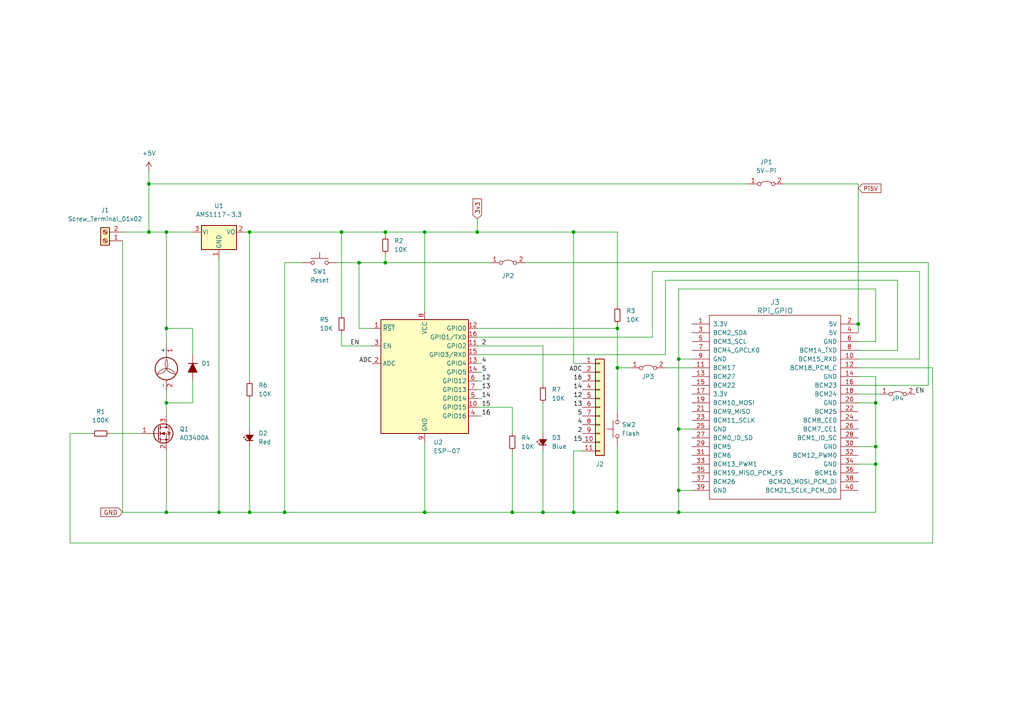
<source format=kicad_sch>
(kicad_sch (version 20211123) (generator eeschema)
  (paper "A4")
  (title_block (title "Insight 4π") (date "2022-11-11") (rev "1.0"))
  (lib_symbols
    (symbol "Connector:Screw_Terminal_01x02" (pin_names (offset 1.016) hide)
      (property "Reference" "J" (at 0 2.54 0))
      (property "Value" "Screw_Terminal_01x02" (at 0 -5.08 0))
      (symbol "Screw_Terminal_01x02_1_1"
        (rectangle (start -1.27 1.27) (end 1.27 -3.81) (stroke (width 0.254)) (fill (type background)))
        (circle (center 0 -2.54) (radius 0.635) (stroke (width 0.1524)))
        (polyline (pts (xy -0.5334 -2.2098) (xy 0.3302 -3.048)) (stroke (width 0.1524)))
        (polyline (pts (xy -0.5334 0.3302) (xy 0.3302 -0.508)) (stroke (width 0.1524)))
        (polyline (pts (xy -0.3556 -2.032) (xy 0.508 -2.8702)) (stroke (width 0.1524)))
        (polyline (pts (xy -0.3556 0.508) (xy 0.508 -0.3302)) (stroke (width 0.1524)))
        (circle (center 0 0) (radius 0.635) (stroke (width 0.1524)))
        (pin passive line (at -5.08 0 0) (length 3.81) (name "Pin_1") (number "1"))
        (pin passive line (at -5.08 -2.54 0) (length 3.81) (name "Pin_2") (number "2"))
      )
    )
    (symbol "Connector_Generic:Conn_01x11" (pin_names (offset 1.016) hide)
      (property "Reference" "J" (at 0 15.24 0))
      (property "Value" "Conn_01x11" (at 0 -15.24 0))
      (symbol "Conn_01x11_1_1"
        (rectangle (start -1.27 -12.573) (end 0 -12.827) (stroke (width 0.1524)))
        (rectangle (start -1.27 -10.033) (end 0 -10.287) (stroke (width 0.1524)))
        (rectangle (start -1.27 -7.493) (end 0 -7.747) (stroke (width 0.1524)))
        (rectangle (start -1.27 -4.953) (end 0 -5.207) (stroke (width 0.1524)))
        (rectangle (start -1.27 -2.413) (end 0 -2.667) (stroke (width 0.1524)))
        (rectangle (start -1.27 0.127) (end 0 -0.127) (stroke (width 0.1524)))
        (rectangle (start -1.27 2.667) (end 0 2.413) (stroke (width 0.1524)))
        (rectangle (start -1.27 5.207) (end 0 4.953) (stroke (width 0.1524)))
        (rectangle (start -1.27 7.747) (end 0 7.493) (stroke (width 0.1524)))
        (rectangle (start -1.27 10.287) (end 0 10.033) (stroke (width 0.1524)))
        (rectangle (start -1.27 12.827) (end 0 12.573) (stroke (width 0.1524)))
        (rectangle (start -1.27 13.97) (end 1.27 -13.97) (stroke (width 0.254)) (fill (type background)))
        (pin passive line (at -5.08 12.7 0) (length 3.81) (name "Pin_1") (number "1"))
        (pin passive line (at -5.08 -10.16 0) (length 3.81) (name "Pin_10") (number "10"))
        (pin passive line (at -5.08 -12.7 0) (length 3.81) (name "Pin_11") (number "11"))
        (pin passive line (at -5.08 10.16 0) (length 3.81) (name "Pin_2") (number "2"))
        (pin passive line (at -5.08 7.62 0) (length 3.81) (name "Pin_3") (number "3"))
        (pin passive line (at -5.08 5.08 0) (length 3.81) (name "Pin_4") (number "4"))
        (pin passive line (at -5.08 2.54 0) (length 3.81) (name "Pin_5") (number "5"))
        (pin passive line (at -5.08 0 0) (length 3.81) (name "Pin_6") (number "6"))
        (pin passive line (at -5.08 -2.54 0) (length 3.81) (name "Pin_7") (number "7"))
        (pin passive line (at -5.08 -5.08 0) (length 3.81) (name "Pin_8") (number "8"))
        (pin passive line (at -5.08 -7.62 0) (length 3.81) (name "Pin_9") (number "9"))
      )
    )
    (symbol "Device:LED_Small_Filled" (pin_numbers hide) (pin_names (offset 0.254) hide)
      (property "Reference" "D" (at -1.27 3.175 0))
      (property "Value" "LED_Small_Filled" (at -4.445 -2.54 0))
      (symbol "LED_Small_Filled_0_1"
        (polyline (pts (xy -0.762 -1.016) (xy -0.762 1.016)) (stroke (width 0.254)))
        (polyline (pts (xy 1.016 0) (xy -0.762 0)))
        (polyline (pts (xy 0.762 -1.016) (xy -0.762 0) (xy 0.762 1.016) (xy 0.762 -1.016)) (stroke (width 0.254)) (fill (type outline)))
        (polyline (pts (xy 0 0.762) (xy -0.508 1.27) (xy -0.254 1.27) (xy -0.508 1.27) (xy -0.508 1.016)))
        (polyline (pts (xy 0.508 1.27) (xy 0 1.778) (xy 0.254 1.778) (xy 0 1.778) (xy 0 1.524)))
      )
      (symbol "LED_Small_Filled_1_1"
        (pin passive line (at -2.54 0 0) (length 1.778) (name "K") (number "1"))
        (pin passive line (at 2.54 0 180) (length 1.778) (name "A") (number "2"))
      )
    )
    (symbol "Device:R_Small" (pin_numbers hide) (pin_names (offset 0.254) hide)
      (property "Reference" "R" (at 0.762 0.508 0))
      (property "Value" "R_Small" (at 0.762 -1.016 0))
      (symbol "R_Small_0_1"
        (rectangle (start -0.762 1.778) (end 0.762 -1.778) (stroke (width 0.2032)))
      )
      (symbol "R_Small_1_1"
        (pin passive line (at 0 2.54 270) (length 0.762) (name "~") (number "1"))
        (pin passive line (at 0 -2.54 90) (length 0.762) (name "~") (number "2"))
      )
    )
    (symbol "Diode:1N4007" (pin_numbers hide) (pin_names (offset 1.016) hide)
      (property "Reference" "D1" (at 2.54 1.2701 90))
      (property "Value" "1N4007" (at 2.54 -1.2699 90))
      (symbol "1N4007_0_1"
        (polyline (pts (xy -1.27 1.27) (xy -1.27 -1.27)) (stroke (width 0.254)))
        (polyline (pts (xy 1.27 0) (xy -1.27 0)))
        (polyline (pts (xy 1.27 1.27) (xy 1.27 -1.27) (xy -1.27 0) (xy 1.27 1.27)) (stroke (width 0.254)) (fill (type outline)))
      )
      (symbol "1N4007_1_1"
        (pin passive line (at -3.81 0 0) (length 2.54) (name "K") (number "1"))
        (pin passive line (at 3.81 0 180) (length 2.54) (name "A") (number "2"))
      )
    )
    (symbol "Jumper:Jumper_2_Bridged" (pin_names (offset 0) hide)
      (property "Reference" "JP" (at 0 1.905 0))
      (property "Value" "Jumper_2_Bridged" (at 0 -2.54 0))
      (symbol "Jumper_2_Bridged_0_0"
        (circle (center -2.032 0) (radius 0.508))
        (circle (center 2.032 0) (radius 0.508))
      )
      (symbol "Jumper_2_Bridged_0_1"
        (arc (start 1.524 0.254) (mid 0 0.762) (end -1.524 0.254))
      )
      (symbol "Jumper_2_Bridged_1_1"
        (pin passive line (at -5.08 0 0) (length 2.54) (name "A") (number "1"))
        (pin passive line (at 5.08 0 180) (length 2.54) (name "B") (number "2"))
      )
    )
    (symbol "Motor:Fan" (pin_names (offset 0))
      (property "Reference" "M" (at 2.54 5.08 0))
      (property "Value" "Fan" (at 2.54 -2.54 0))
      (symbol "Fan_0_1"
        (arc (start -2.54 -0.508) (mid -0.0014 0.9048) (end 0 3.81))
        (polyline (pts (xy 0 -5.08) (xy 0 -4.572)))
        (polyline (pts (xy 0 -2.2352) (xy 0 -2.6416)))
        (polyline (pts (xy 0 4.2672) (xy 0 4.6228)))
        (polyline (pts (xy 0 4.572) (xy 0 5.08)))
        (circle (center 0 1.016) (radius 3.2512) (stroke (width 0.254)))
        (arc (start 0 3.81) (mid 0.0468 0.9315) (end 2.54 -0.508))
        (arc (start 2.54 -0.508) (mid 0 1.0618) (end -2.54 -0.508))
      )
      (symbol "Fan_1_1"
        (pin passive line (at 0 7.62 270) (length 2.54) (name "+") (number "1"))
        (pin passive line (at 0 -5.08 90) (length 2.54) (name "-") (number "2"))
      )
    )
    (symbol "RF_Module:ESP-07"
      (property "Reference" "U" (at -12.7 19.05 0))
      (property "Value" "ESP-07" (at 12.7 19.05 0))
      (symbol "ESP-07_0_1"
        (rectangle (start -12.7 17.78) (end 12.7 -15.24) (stroke (width 0.254)) (fill (type background)))
      )
      (symbol "ESP-07_1_1"
        (pin input line (at -15.24 15.24 0) (length 2.54) (name "~{RST}") (number "1"))
        (pin bidirectional line (at 15.24 -7.62 180) (length 2.54) (name "GPIO15") (number "10"))
        (pin bidirectional line (at 15.24 10.16 180) (length 2.54) (name "GPIO2") (number "11"))
        (pin bidirectional line (at 15.24 15.24 180) (length 2.54) (name "GPIO0") (number "12"))
        (pin bidirectional line (at 15.24 5.08 180) (length 2.54) (name "GPIO4") (number "13"))
        (pin bidirectional line (at 15.24 2.54 180) (length 2.54) (name "GPIO5") (number "14"))
        (pin bidirectional line (at 15.24 7.62 180) (length 2.54) (name "GPIO3/RXD") (number "15"))
        (pin bidirectional line (at 15.24 12.7 180) (length 2.54) (name "GPIO1/TXD") (number "16"))
        (pin input line (at -15.24 5.08 0) (length 2.54) (name "ADC") (number "2"))
        (pin input line (at -15.24 10.16 0) (length 2.54) (name "EN") (number "3"))
        (pin bidirectional line (at 15.24 -10.16 180) (length 2.54) (name "GPIO16") (number "4"))
        (pin bidirectional line (at 15.24 -5.08 180) (length 2.54) (name "GPIO14") (number "5"))
        (pin bidirectional line (at 15.24 0 180) (length 2.54) (name "GPIO12") (number "6"))
        (pin bidirectional line (at 15.24 -2.54 180) (length 2.54) (name "GPIO13") (number "7"))
        (pin power_in line (at 0 20.32 270) (length 2.54) (name "VCC") (number "8"))
        (pin power_in line (at 0 -17.78 90) (length 2.54) (name "GND") (number "9"))
      )
    )
    (symbol "RPi_Hat:RPi_GPIO" (pin_names (offset 1.016))
      (property "Reference" "J" (at 19.05 6.35 0))
      (property "Value" "RPi_GPIO" (at 19.05 3.81 0))
      (symbol "RPi_GPIO_0_1"
        (rectangle (start 0 2.54) (end 38.1 -50.8))
      )
      (symbol "RPi_GPIO_1_1"
        (pin power_in line (at -5.08 0 0) (length 5.08) (name "3.3V") (number "1"))
        (pin bidirectional line (at 43.18 -10.16 180) (length 5.08) (name "BCM15_RXD") (number "10"))
        (pin bidirectional line (at -5.08 -12.7 0) (length 5.08) (name "BCM17") (number "11"))
        (pin bidirectional line (at 43.18 -12.7 180) (length 5.08) (name "BCM18_PCM_C") (number "12"))
        (pin bidirectional line (at -5.08 -15.24 0) (length 5.08) (name "BCM27") (number "13"))
        (pin power_in line (at 43.18 -15.24 180) (length 5.08) (name "GND") (number "14"))
        (pin bidirectional line (at -5.08 -17.78 0) (length 5.08) (name "BCM22") (number "15"))
        (pin bidirectional line (at 43.18 -17.78 180) (length 5.08) (name "BCM23") (number "16"))
        (pin power_in line (at -5.08 -20.32 0) (length 5.08) (name "3.3V") (number "17"))
        (pin bidirectional line (at 43.18 -20.32 180) (length 5.08) (name "BCM24") (number "18"))
        (pin bidirectional line (at -5.08 -22.86 0) (length 5.08) (name "BCM10_MOSI") (number "19"))
        (pin power_in line (at 43.18 0 180) (length 5.08) (name "5V") (number "2"))
        (pin power_in line (at 43.18 -22.86 180) (length 5.08) (name "GND") (number "20"))
        (pin bidirectional line (at -5.08 -25.4 0) (length 5.08) (name "BCM9_MISO") (number "21"))
        (pin bidirectional line (at 43.18 -25.4 180) (length 5.08) (name "BCM25") (number "22"))
        (pin bidirectional line (at -5.08 -27.94 0) (length 5.08) (name "BCM11_SCLK") (number "23"))
        (pin bidirectional line (at 43.18 -27.94 180) (length 5.08) (name "BCM8_CE0") (number "24"))
        (pin power_in line (at -5.08 -30.48 0) (length 5.08) (name "GND") (number "25"))
        (pin bidirectional line (at 43.18 -30.48 180) (length 5.08) (name "BCM7_CE1") (number "26"))
        (pin bidirectional line (at -5.08 -33.02 0) (length 5.08) (name "BCM0_ID_SD") (number "27"))
        (pin bidirectional line (at 43.18 -33.02 180) (length 5.08) (name "BCM1_ID_SC") (number "28"))
        (pin bidirectional line (at -5.08 -35.56 0) (length 5.08) (name "BCM5") (number "29"))
        (pin bidirectional line (at -5.08 -2.54 0) (length 5.08) (name "BCM2_SDA") (number "3"))
        (pin power_in line (at 43.18 -35.56 180) (length 5.08) (name "GND") (number "30"))
        (pin bidirectional line (at -5.08 -38.1 0) (length 5.08) (name "BCM6") (number "31"))
        (pin bidirectional line (at 43.18 -38.1 180) (length 5.08) (name "BCM12_PWM0") (number "32"))
        (pin bidirectional line (at -5.08 -40.64 0) (length 5.08) (name "BCM13_PWM1") (number "33"))
        (pin power_in line (at 43.18 -40.64 180) (length 5.08) (name "GND") (number "34"))
        (pin bidirectional line (at -5.08 -43.18 0) (length 5.08) (name "BCM19_MISO_PCM_FS") (number "35"))
        (pin bidirectional line (at 43.18 -43.18 180) (length 5.08) (name "BCM16") (number "36"))
        (pin bidirectional line (at -5.08 -45.72 0) (length 5.08) (name "BCM26") (number "37"))
        (pin bidirectional line (at 43.18 -45.72 180) (length 5.08) (name "BCM20_MOSI_PCM_DI") (number "38"))
        (pin power_in line (at -5.08 -48.26 0) (length 5.08) (name "GND") (number "39"))
        (pin power_in line (at 43.18 -2.54 180) (length 5.08) (name "5V") (number "4"))
        (pin bidirectional line (at 43.18 -48.26 180) (length 5.08) (name "BCM21_SCLK_PCM_DO") (number "40"))
        (pin bidirectional line (at -5.08 -5.08 0) (length 5.08) (name "BCM3_SCL") (number "5"))
        (pin power_in line (at 43.18 -5.08 180) (length 5.08) (name "GND") (number "6"))
        (pin bidirectional line (at -5.08 -7.62 0) (length 5.08) (name "BCM4_GPCLK0") (number "7"))
        (pin bidirectional line (at 43.18 -7.62 180) (length 5.08) (name "BCM14_TXD") (number "8"))
        (pin power_in line (at -5.08 -10.16 0) (length 5.08) (name "GND") (number "9"))
      )
    )
    (symbol "Regulator_Linear:AMS1117-3.3" (pin_names (offset 0.254))
      (property "Reference" "U" (at -3.81 3.175 0))
      (property "Value" "AMS1117-3.3" (at 0 3.175 0))
      (symbol "AMS1117-3.3_0_1"
        (rectangle (start -5.08 -5.08) (end 5.08 1.905) (stroke (width 0.254)) (fill (type background)))
      )
      (symbol "AMS1117-3.3_1_1"
        (pin power_in line (at 0 -7.62 90) (length 2.54) (name "GND") (number "1"))
        (pin power_out line (at 7.62 0 180) (length 2.54) (name "VO") (number "2"))
        (pin power_in line (at -7.62 0 0) (length 2.54) (name "VI") (number "3"))
      )
    )
    (symbol "Switch:SW_Push" (pin_numbers hide) (pin_names (offset 1.016) hide)
      (property "Reference" "SW" (at 1.27 2.54 0))
      (property "Value" "SW_Push" (at 0 -1.524 0))
      (symbol "SW_Push_0_1"
        (circle (center -2.032 0) (radius 0.508))
        (polyline (pts (xy 0 1.27) (xy 0 3.048)))
        (polyline (pts (xy 2.54 1.27) (xy -2.54 1.27)))
        (circle (center 2.032 0) (radius 0.508))
        (pin passive line (at -5.08 0 0) (length 2.54) (name "1") (number "1"))
        (pin passive line (at 5.08 0 180) (length 2.54) (name "2") (number "2"))
      )
    )
    (symbol "Transistor_FET:AO3400A" (pin_names hide)
      (property "Reference" "Q" (at 5.08 1.905 0))
      (property "Value" "AO3400A" (at 5.08 0 0))
      (symbol "AO3400A_0_1"
        (polyline (pts (xy 0.254 0) (xy -2.54 0)))
        (polyline (pts (xy 0.254 1.905) (xy 0.254 -1.905)) (stroke (width 0.254)))
        (polyline (pts (xy 0.762 -1.27) (xy 0.762 -2.286)) (stroke (width 0.254)))
        (polyline (pts (xy 0.762 0.508) (xy 0.762 -0.508)) (stroke (width 0.254)))
        (polyline (pts (xy 0.762 2.286) (xy 0.762 1.27)) (stroke (width 0.254)))
        (polyline (pts (xy 2.54 2.54) (xy 2.54 1.778)))
        (polyline (pts (xy 2.54 -2.54) (xy 2.54 0) (xy 0.762 0)))
        (polyline (pts (xy 0.762 -1.778) (xy 3.302 -1.778) (xy 3.302 1.778) (xy 0.762 1.778)))
        (polyline (pts (xy 1.016 0) (xy 2.032 0.381) (xy 2.032 -0.381) (xy 1.016 0)) (fill (type outline)))
        (polyline (pts (xy 2.794 0.508) (xy 2.921 0.381) (xy 3.683 0.381) (xy 3.81 0.254)))
        (polyline (pts (xy 3.302 0.381) (xy 2.921 -0.254) (xy 3.683 -0.254) (xy 3.302 0.381)))
        (circle (center 1.651 0) (radius 2.794) (stroke (width 0.254)))
        (circle (center 2.54 -1.778) (radius 0.254) (fill (type outline)))
        (circle (center 2.54 1.778) (radius 0.254) (fill (type outline)))
      )
      (symbol "AO3400A_1_1"
        (pin input line (at -5.08 0 0) (length 2.54) (name "G") (number "1"))
        (pin passive line (at 2.54 -5.08 90) (length 2.54) (name "S") (number "2"))
        (pin passive line (at 2.54 5.08 270) (length 2.54) (name "D") (number "3"))
      )
    )
    (symbol "power:+5V" (power) (pin_names (offset 0))
      (property "Value" "+5V" (at 0 3.556 0))
      (symbol "+5V_0_1"
        (polyline (pts (xy -0.762 1.27) (xy 0 2.54)))
        (polyline (pts (xy 0 0) (xy 0 2.54)))
        (polyline (pts (xy 0 2.54) (xy 0.762 1.27)))
      )
      (symbol "+5V_1_1"
        (pin power_in line (at 0 0 90) (length 0) hide (name "+5V") (number "1"))
      )
    )
  )
  (junction (at 196.85 104.14))
  (junction (at 179.07 148.59))
  (junction (at 48.26 67.31))
  (junction (at 196.85 142.24))
  (junction (at 63.5 148.59))
  (junction (at 123.19 148.59))
  (junction (at 166.37 67.31))
  (junction (at 99.06 67.31))
  (junction (at 254 116.84))
  (junction (at 104.14 76.2))
  (junction (at 157.48 148.59))
  (junction (at 138.43 67.31))
  (junction (at 48.26 95.25))
  (junction (at 123.19 67.31))
  (junction (at 43.18 67.31))
  (junction (at 196.85 124.46))
  (junction (at 179.07 106.68))
  (junction (at 82.55 148.59))
  (junction (at 72.39 67.31))
  (junction (at 254 134.62))
  (junction (at 179.07 95.25))
  (junction (at 43.18 53.34))
  (junction (at 48.26 148.59))
  (junction (at 48.26 116.84))
  (junction (at 148.59 148.59))
  (junction (at 254 129.54))
  (junction (at 111.76 76.2))
  (junction (at 196.85 148.59))
  (junction (at 111.76 67.31))
  (junction (at 166.37 148.59))
  (junction (at 72.39 148.59))
  (junction (at 248.92 93.98))
  (wire (pts (xy 48.26 67.31) (xy 48.26 95.25)))
  (wire (pts (xy 138.43 97.79) (xy 189.23 97.79)))
  (wire (pts (xy 227.33 53.34) (xy 248.92 53.34)))
  (wire (pts (xy 269.24 111.76) (xy 269.24 76.2)))
  (wire (pts (xy 72.39 148.59) (xy 82.55 148.59)))
  (wire (pts (xy 72.39 67.31) (xy 99.06 67.31)))
  (wire (pts (xy 138.43 67.31) (xy 166.37 67.31)))
  (wire (pts (xy 138.43 105.41) (xy 139.7 105.41)))
  (wire (pts (xy 193.04 81.28) (xy 193.04 102.87)))
  (wire (pts (xy 157.48 100.33) (xy 157.48 111.76)))
  (wire (pts (xy 157.48 148.59) (xy 166.37 148.59)))
  (wire (pts (xy 166.37 67.31) (xy 166.37 105.41)))
  (wire (pts (xy 104.14 95.25) (xy 107.95 95.25)))
  (wire (pts (xy 35.56 148.59) (xy 48.26 148.59)))
  (wire (pts (xy 111.76 67.31) (xy 123.19 67.31)))
  (wire (pts (xy 123.19 90.17) (xy 123.19 67.31)))
  (wire (pts (xy 138.43 95.25) (xy 179.07 95.25)))
  (wire (pts (xy 138.43 113.03) (xy 139.7 113.03)))
  (wire (pts (xy 138.43 120.65) (xy 139.7 120.65)))
  (wire (pts (xy 82.55 76.2) (xy 82.55 148.59)))
  (wire (pts (xy 48.26 113.03) (xy 48.26 116.84)))
  (wire (pts (xy 43.18 49.53) (xy 43.18 53.34)))
  (wire (pts (xy 166.37 130.81) (xy 166.37 148.59)))
  (wire (pts (xy 99.06 67.31) (xy 111.76 67.31)))
  (wire (pts (xy 104.14 76.2) (xy 104.14 95.25)))
  (wire (pts (xy 97.79 76.2) (xy 104.14 76.2)))
  (wire (pts (xy 254 99.06) (xy 254 83.82)))
  (wire (pts (xy 260.35 101.6) (xy 260.35 81.28)))
  (wire (pts (xy 157.48 116.84) (xy 157.48 125.73)))
  (wire (pts (xy 148.59 118.11) (xy 148.59 125.73)))
  (wire (pts (xy 182.88 106.68) (xy 179.07 106.68)))
  (wire (pts (xy 152.4 76.2) (xy 269.24 76.2)))
  (wire (pts (xy 123.19 148.59) (xy 82.55 148.59)))
  (wire (pts (xy 111.76 67.31) (xy 111.76 68.58)))
  (wire (pts (xy 179.07 106.68) (xy 179.07 119.38)))
  (wire (pts (xy 254 134.62) (xy 254 148.59)))
  (wire (pts (xy 138.43 118.11) (xy 148.59 118.11)))
  (wire (pts (xy 266.7 78.74) (xy 266.7 104.14)))
  (wire (pts (xy 255.27 114.3) (xy 248.92 114.3)))
  (wire (pts (xy 123.19 148.59) (xy 123.19 128.27)))
  (wire (pts (xy 48.26 116.84) (xy 48.26 120.65)))
  (wire (pts (xy 196.85 148.59) (xy 196.85 142.24)))
  (wire (pts (xy 248.92 116.84) (xy 254 116.84)))
  (wire (pts (xy 248.92 106.68) (xy 270.51 106.68)))
  (wire (pts (xy 123.19 148.59) (xy 148.59 148.59)))
  (wire (pts (xy 48.26 67.31) (xy 55.88 67.31)))
  (wire (pts (xy 189.23 78.74) (xy 266.7 78.74)))
  (wire (pts (xy 248.92 93.98) (xy 248.92 96.52)))
  (wire (pts (xy 43.18 53.34) (xy 217.17 53.34)))
  (wire (pts (xy 55.88 102.87) (xy 55.88 95.25)))
  (wire (pts (xy 48.26 116.84) (xy 55.88 116.84)))
  (wire (pts (xy 55.88 116.84) (xy 55.88 110.49)))
  (wire (pts (xy 254 109.22) (xy 248.92 109.22)))
  (wire (pts (xy 248.92 53.34) (xy 248.92 93.98)))
  (wire (pts (xy 99.06 91.44) (xy 99.06 67.31)))
  (wire (pts (xy 87.63 76.2) (xy 82.55 76.2)))
  (wire (pts (xy 63.5 148.59) (xy 72.39 148.59)))
  (wire (pts (xy 35.56 69.85) (xy 35.56 148.59)))
  (wire (pts (xy 248.92 99.06) (xy 254 99.06)))
  (wire (pts (xy 111.76 76.2) (xy 104.14 76.2)))
  (wire (pts (xy 72.39 115.57) (xy 72.39 124.46)))
  (wire (pts (xy 99.06 100.33) (xy 99.06 96.52)))
  (wire (pts (xy 166.37 105.41) (xy 168.91 105.41)))
  (wire (pts (xy 200.66 106.68) (xy 193.04 106.68)))
  (wire (pts (xy 248.92 111.76) (xy 269.24 111.76)))
  (wire (pts (xy 196.85 124.46) (xy 196.85 142.24)))
  (wire (pts (xy 260.35 81.28) (xy 193.04 81.28)))
  (wire (pts (xy 111.76 76.2) (xy 142.24 76.2)))
  (wire (pts (xy 48.26 148.59) (xy 63.5 148.59)))
  (wire (pts (xy 248.92 134.62) (xy 254 134.62)))
  (wire (pts (xy 138.43 63.5) (xy 138.43 67.31)))
  (wire (pts (xy 48.26 130.81) (xy 48.26 148.59)))
  (wire (pts (xy 166.37 130.81) (xy 168.91 130.81)))
  (wire (pts (xy 179.07 93.98) (xy 179.07 95.25)))
  (wire (pts (xy 189.23 97.79) (xy 189.23 78.74)))
  (wire (pts (xy 107.95 100.33) (xy 99.06 100.33)))
  (wire (pts (xy 157.48 130.81) (xy 157.48 148.59)))
  (wire (pts (xy 138.43 100.33) (xy 157.48 100.33)))
  (wire (pts (xy 148.59 148.59) (xy 157.48 148.59)))
  (wire (pts (xy 193.04 102.87) (xy 138.43 102.87)))
  (wire (pts (xy 43.18 67.31) (xy 48.26 67.31)))
  (wire (pts (xy 20.32 157.48) (xy 20.32 125.73)))
  (wire (pts (xy 254 116.84) (xy 254 109.22)))
  (wire (pts (xy 111.76 73.66) (xy 111.76 76.2)))
  (wire (pts (xy 123.19 67.31) (xy 138.43 67.31)))
  (wire (pts (xy 270.51 106.68) (xy 270.51 157.48)))
  (wire (pts (xy 20.32 125.73) (xy 26.67 125.73)))
  (wire (pts (xy 31.75 125.73) (xy 40.64 125.73)))
  (wire (pts (xy 200.66 124.46) (xy 196.85 124.46)))
  (wire (pts (xy 166.37 67.31) (xy 179.07 67.31)))
  (wire (pts (xy 20.32 157.48) (xy 270.51 157.48)))
  (wire (pts (xy 266.7 104.14) (xy 248.92 104.14)))
  (wire (pts (xy 138.43 115.57) (xy 139.7 115.57)))
  (wire (pts (xy 196.85 142.24) (xy 200.66 142.24)))
  (wire (pts (xy 148.59 130.81) (xy 148.59 148.59)))
  (wire (pts (xy 254 129.54) (xy 254 134.62)))
  (wire (pts (xy 55.88 95.25) (xy 48.26 95.25)))
  (wire (pts (xy 196.85 148.59) (xy 179.07 148.59)))
  (wire (pts (xy 196.85 104.14) (xy 196.85 124.46)))
  (wire (pts (xy 179.07 67.31) (xy 179.07 88.9)))
  (wire (pts (xy 72.39 67.31) (xy 72.39 110.49)))
  (wire (pts (xy 72.39 129.54) (xy 72.39 148.59)))
  (wire (pts (xy 254 148.59) (xy 196.85 148.59)))
  (wire (pts (xy 166.37 148.59) (xy 179.07 148.59)))
  (wire (pts (xy 138.43 110.49) (xy 139.7 110.49)))
  (wire (pts (xy 254 83.82) (xy 196.85 83.82)))
  (wire (pts (xy 138.43 107.95) (xy 139.7 107.95)))
  (wire (pts (xy 179.07 106.68) (xy 179.07 95.25)))
  (wire (pts (xy 35.56 67.31) (xy 43.18 67.31)))
  (wire (pts (xy 254 116.84) (xy 254 129.54)))
  (wire (pts (xy 179.07 129.54) (xy 179.07 148.59)))
  (wire (pts (xy 248.92 129.54) (xy 254 129.54)))
  (wire (pts (xy 43.18 67.31) (xy 43.18 53.34)))
  (wire (pts (xy 200.66 104.14) (xy 196.85 104.14)))
  (wire (pts (xy 71.12 67.31) (xy 72.39 67.31)))
  (wire (pts (xy 196.85 83.82) (xy 196.85 104.14)))
  (wire (pts (xy 48.26 95.25) (xy 48.26 100.33)))
  (wire (pts (xy 63.5 74.93) (xy 63.5 148.59)))
  (wire (pts (xy 248.92 101.6) (xy 260.35 101.6)))
  (label "2" (at 139.7 100.33 0))
  (label "5" (at 139.7 107.95 0))
  (label "EN" (at 265.43 114.3 0))
  (label "16" (at 168.91 110.49 180))
  (label "15" (at 139.7 118.11 0))
  (label "15" (at 168.91 128.27 180))
  (label "12" (at 139.7 110.49 0))
  (label "14" (at 168.91 113.03 180))
  (label "ADC" (at 168.91 107.95 180))
  (label "EN" (at 101.6 100.33 0))
  (label "13" (at 139.7 113.03 0))
  (label "4" (at 168.91 123.19 180))
  (label "4" (at 139.7 105.41 0))
  (label "13" (at 168.91 118.11 180))
  (label "12" (at 168.91 115.57 180))
  (label "5" (at 168.91 120.65 180))
  (label "ADC" (at 107.95 105.41 180))
  (label "14" (at 139.7 115.57 0))
  (label "16" (at 139.7 120.65 0))
  (label "2" (at 168.91 125.73 180))
  (global_label "GND" (shape input) (at 35.56 148.59 180) (property "Intersheet References" "${INTERSHEET_REFS}" (effects hide)))
  (global_label "3v3" (shape input) (at 138.43 63.5 90) (property "Intersheet References" "${INTERSHEET_REFS}" (effects hide)))
  (global_label "Pi5V" (shape input) (at 248.92 54.61 0) (property "Intersheet References" "${INTERSHEET_REFS}" (effects hide)))
  (symbol (lib_id "Switch:SW_Push") (at 92.71 76.2 0) (unit 1)
    (property "Reference" "SW1" (at 92.71 78.74 0))
    (property "Value" "Reset" (at 92.71 81.28 0))
    (property "Footprint" "Button_Switch_THT:SW_PUSH_6mm" (effects hide))
  )
  (symbol (lib_id "Device:R_Small") (at 29.21 125.73 90) (unit 1)
    (property "Reference" "R1" (at 29.21 119.38 90))
    (property "Value" "100K" (at 29.21 121.92 90))
    (property "Footprint" "Resistor_SMD:R_0805_2012Metric" (effects hide))
  )
  (symbol (lib_id "RF_Module:ESP-07") (at 123.19 110.49 0) (unit 1)
    (property "Reference" "U2" (at 125.73 128.27 0) (effects (justify left)))
    (property "Value" "ESP-07" (at 125.73 130.81 0) (effects (justify left)))
    (property "Footprint" "RF_Module:ESP-07" (effects hide))
    (property "Datasheet" "http://wiki.ai-thinker.com/_media/esp8266/esp8266_series_modules_user_manual_v1.1.pdf" (effects hide))
  )
  (symbol (lib_id "RPi_Hat:RPi_GPIO") (at 205.74 93.98 0) (unit 1)
    (property "Reference" "J3" (at 224.79 87.63 0) (effects (font (size 1.524 1.524))))
    (property "Value" "RPi_GPIO" (at 224.79 90.17 0) (effects (font (size 1.524 1.524))))
    (property "Footprint" "Connector_PinHeader_2.54mm:PinHeader_2x20_P2.54mm_Vertical" (effects hide))
  )
  (symbol (lib_id "Device:R_Small") (at 72.39 113.03 0) (unit 1)
    (property "Reference" "R6" (at 74.93 111.7599 0) (effects (justify left)))
    (property "Value" "10K" (at 74.93 114.2999 0) (effects (justify left)))
    (property "Footprint" "Resistor_SMD:R_0805_2012Metric" (effects hide))
  )
  (symbol (lib_id "Jumper:Jumper_2_Bridged") (at 187.96 106.68 0) (unit 1)
    (property "Reference" "JP3" (at 187.96 109.22 0))
    (property "Value" "Jumper_2_Bridged" (effects hide))
    (property "Footprint" "Jumper:SolderJumper-2_P1.3mm_Bridged2Bar_RoundedPad1.0x1.5mm" (effects hide))
  )
  (symbol (lib_id "Jumper:Jumper_2_Bridged") (at 147.32 76.2 0) (unit 1)
    (property "Reference" "JP2" (at 147.32 80.01 0))
    (property "Value" "Jumper_2_Bridged" (effects hide))
    (property "Footprint" "Jumper:SolderJumper-2_P1.3mm_Bridged2Bar_RoundedPad1.0x1.5mm" (effects hide))
  )
  (symbol (lib_id "Device:R_Small") (at 148.59 128.27 0) (unit 1)
    (property "Reference" "R4" (at 151.13 126.9999 0) (effects (justify left)))
    (property "Value" "10K" (at 151.13 129.5399 0) (effects (justify left)))
    (property "Footprint" "Resistor_SMD:R_0805_2012Metric" (effects hide))
  )
  (symbol (lib_id "Connector_Generic:Conn_01x11") (at 173.99 118.11 0) (unit 1)
    (property "Reference" "J2" (at 173.99 134.62 0))
    (property "Value" "ESP IO" (effects hide))
    (property "Footprint" "Connector_PinHeader_2.54mm:PinHeader_1x11_P2.54mm_Vertical" (effects hide))
  )
  (symbol (lib_id "Device:R_Small") (at 179.07 91.44 0) (unit 1)
    (property "Reference" "R3" (at 181.61 90.1699 0) (effects (justify left)))
    (property "Value" "10K" (at 181.61 92.7099 0) (effects (justify left)))
    (property "Footprint" "Resistor_SMD:R_0805_2012Metric" (effects hide))
  )
  (symbol (lib_id "Diode:1N4007") (at 55.88 106.68 270) (unit 1)
    (property "Reference" "D1" (at 58.42 105.41 90) (effects (justify left)))
    (property "Value" "1N4007" (effects hide))
    (property "Footprint" "Diode_SMD:D_0805_2012Metric" (effects hide))
    (property "Datasheet" "http://www.vishay.com/docs/88503/1n4001.pdf" (effects hide))
  )
  (symbol (lib_id "Regulator_Linear:AMS1117-3.3") (at 63.5 67.31 0) (unit 1)
    (property "Reference" "U1" (at 63.5 59.69 0))
    (property "Value" "AMS1117-3.3" (at 63.5 62.23 0))
    (property "Footprint" "Package_TO_SOT_SMD:SOT-223-3_TabPin2" (effects hide))
    (property "Datasheet" "http://www.advanced-monolithic.com/pdf/ds1117.pdf" (effects hide))
  )
  (symbol (lib_id "Transistor_FET:AO3400A") (at 45.72 125.73 0) (unit 1)
    (property "Reference" "Q1" (at 52.07 124.4599 0) (effects (justify left)))
    (property "Value" "AO3400A" (at 52.07 126.9999 0) (effects (justify left)))
    (property "Footprint" "Package_TO_SOT_SMD:SOT-23" (effects hide))
    (property "Datasheet" "http://www.aosmd.com/pdfs/datasheet/AO3400A.pdf" (effects hide))
  )
  (symbol (lib_id "Motor:Fan") (at 48.26 107.95 0) (unit 1)
    (property "Reference" "M1" (effects hide))
    (property "Value" "Fan" (effects hide))
    (property "Footprint" "Connector_PinHeader_2.54mm:PinHeader_1x02_P2.54mm_Vertical" (effects hide))
  )
  (symbol (lib_id "Device:R_Small") (at 99.06 93.98 0) (unit 1)
    (property "Reference" "R5" (at 92.71 92.71 0) (effects (justify left)))
    (property "Value" "10K" (at 92.71 95.25 0) (effects (justify left)))
    (property "Footprint" "Resistor_SMD:R_0805_2012Metric" (effects hide))
  )
  (symbol (lib_id "Device:LED_Small_Filled") (at 72.39 127 90) (unit 1)
    (property "Reference" "D2" (at 74.93 125.6664 90) (effects (justify right)))
    (property "Value" "Red" (at 74.93 128.2064 90) (effects (justify right)))
    (property "Footprint" "Diode_SMD:D_0805_2012Metric" (effects hide))
  )
  (symbol (lib_id "Jumper:Jumper_2_Bridged") (at 260.35 114.3 0) (unit 1)
    (property "Reference" "JP4" (at 260.35 115.57 0))
    (property "Value" "Jumper_2_Bridged" (effects hide))
    (property "Footprint" "Jumper:SolderJumper-2_P1.3mm_Bridged2Bar_RoundedPad1.0x1.5mm" (effects hide))
  )
  (symbol (lib_id "Connector:Screw_Terminal_01x02") (at 30.48 69.85 180) (unit 1)
    (property "Reference" "J1" (at 30.48 60.96 0))
    (property "Value" "Screw_Terminal_01x02" (at 30.48 63.5 0))
    (property "Footprint" "TerminalBlock:TerminalBlock_bornier-2_P5.08mm" (effects hide))
  )
  (symbol (lib_id "Switch:SW_Push") (at 179.07 124.46 90) (unit 1)
    (property "Reference" "SW2" (at 180.34 123.1899 90) (effects (justify right)))
    (property "Value" "Flash" (at 180.34 125.7299 90) (effects (justify right)))
    (property "Footprint" "Button_Switch_THT:SW_PUSH_6mm" (effects hide))
  )
  (symbol (lib_id "power:+5V") (at 43.18 49.53 0) (unit 1)
    (property "Reference" "#PWR01" (effects hide))
    (property "Value" "+5V" (at 43.18 44.45 0))
  )
  (symbol (lib_id "Device:R_Small") (at 111.76 71.12 0) (unit 1)
    (property "Reference" "R2" (at 114.3 69.8499 0) (effects (justify left)))
    (property "Value" "10K" (at 114.3 72.3899 0) (effects (justify left)))
    (property "Footprint" "Resistor_SMD:R_0805_2012Metric" (effects hide))
  )
  (symbol (lib_id "Jumper:Jumper_2_Bridged") (at 222.25 53.34 0) (unit 1)
    (property "Reference" "JP1" (at 222.25 46.99 0))
    (property "Value" "5V-Pi" (at 222.25 49.53 0))
    (property "Footprint" "Connector_PinHeader_2.54mm:PinHeader_1x02_P2.54mm_Vertical" (effects hide))
  )
  (symbol (lib_id "Device:R_Small") (at 157.48 114.3 0) (unit 1)
    (property "Reference" "R7" (at 160.02 113.0299 0) (effects (justify left)))
    (property "Value" "10K" (at 160.02 115.5699 0) (effects (justify left)))
    (property "Footprint" "Resistor_SMD:R_0805_2012Metric" (effects hide))
  )
  (symbol (lib_id "Device:LED_Small_Filled") (at 157.48 128.27 90) (unit 1)
    (property "Reference" "D3" (at 160.02 126.9364 90) (effects (justify right)))
    (property "Value" "Blue" (at 160.02 129.4764 90) (effects (justify right)))
    (property "Footprint" "Diode_SMD:D_0805_2012Metric" (effects hide))
  )
)
</source>
